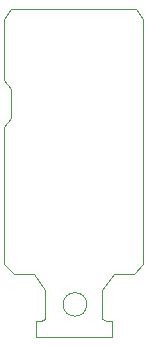
<source format=gbr>
%TF.GenerationSoftware,KiCad,Pcbnew,5.1.8*%
%TF.CreationDate,2020-12-26T21:24:44+01:00*%
%TF.ProjectId,kenwood-trrs,6b656e77-6f6f-4642-9d74-7272732e6b69,rev?*%
%TF.SameCoordinates,Original*%
%TF.FileFunction,Profile,NP*%
%FSLAX46Y46*%
G04 Gerber Fmt 4.6, Leading zero omitted, Abs format (unit mm)*
G04 Created by KiCad (PCBNEW 5.1.8) date 2020-12-26 21:24:44*
%MOMM*%
%LPD*%
G01*
G04 APERTURE LIST*
%TA.AperFunction,Profile*%
%ADD10C,0.050000*%
%TD*%
%TA.AperFunction,Profile*%
%ADD11C,0.100000*%
%TD*%
G04 APERTURE END LIST*
D10*
X148000000Y-79600000D02*
X148000000Y-74400000D01*
X148600000Y-80400000D02*
X148000000Y-79600000D01*
X148600000Y-82800000D02*
X148600000Y-80400000D01*
X148000000Y-83600000D02*
X148600000Y-82800000D01*
X148000000Y-95200000D02*
X148800000Y-96000000D01*
X159000000Y-96000000D02*
X159800000Y-95200000D01*
X159800000Y-74400000D02*
X159200000Y-73600000D01*
X148000000Y-74400000D02*
X148600000Y-73600000D01*
X155000000Y-98600000D02*
G75*
G03*
X155000000Y-98600000I-1000000J0D01*
G01*
X151100000Y-100000000D02*
X151500000Y-99800000D01*
X156700000Y-100000000D02*
X156300000Y-99800000D01*
X148800000Y-96000000D02*
X150500000Y-96000000D01*
X157300000Y-96000000D02*
X156300000Y-97400000D01*
X156700000Y-100000000D02*
X157100000Y-100000000D01*
X157100000Y-101400000D02*
X154100000Y-101400000D01*
X157100000Y-100000000D02*
X157100000Y-101400000D01*
X156300000Y-97400000D02*
X156300000Y-99800000D01*
X150700000Y-101400000D02*
X154100000Y-101400000D01*
X150700000Y-100000000D02*
X150700000Y-101400000D01*
X151100000Y-100000000D02*
X150700000Y-100000000D01*
X151500000Y-97400000D02*
X151500000Y-99800000D01*
X150500000Y-96000000D02*
X151500000Y-97400000D01*
D11*
X159800000Y-74400000D02*
X159800000Y-95200000D01*
X148600000Y-73600000D02*
X159200000Y-73600000D01*
X148000000Y-95200000D02*
X148000000Y-83600000D01*
X159000000Y-96000000D02*
X157300000Y-96000000D01*
M02*

</source>
